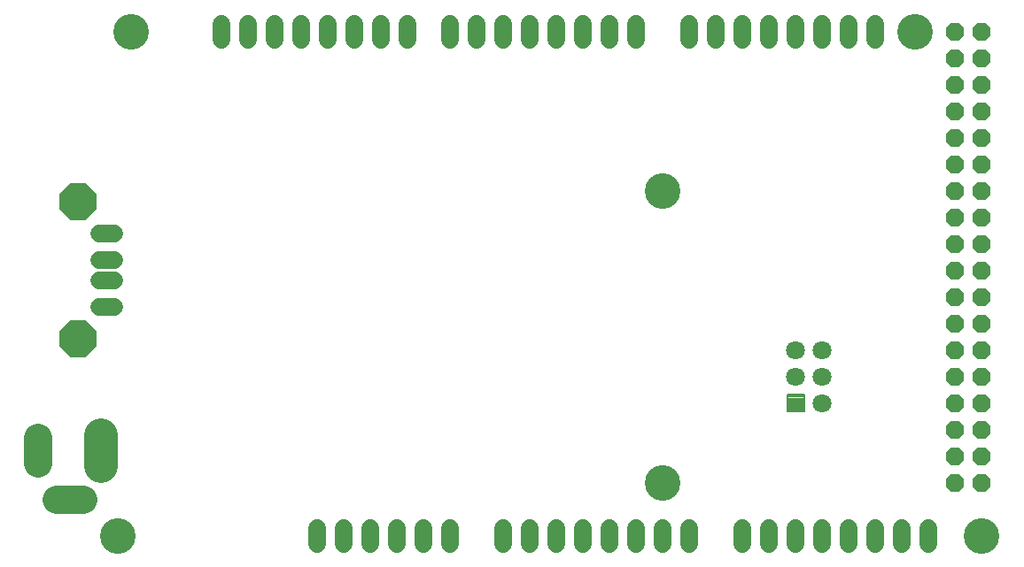
<source format=gbr>
G75*
G70*
%OFA0B0*%
%FSLAX24Y24*%
%IPPOS*%
%LPD*%
%AMOC8*
5,1,8,0,0,1.08239X$1,22.5*
%
%ADD10C,0.1340*%
%ADD11C,0.0680*%
%ADD12OC8,0.0680*%
%ADD13C,0.1064*%
%ADD14C,0.1261*%
%ADD15C,0.0490*%
%ADD16C,0.0654*%
%ADD17OC8,0.1386*%
%ADD18C,0.0071*%
%ADD19C,0.0710*%
D10*
X026010Y067510D03*
X046510Y069510D03*
X058510Y067510D03*
X046510Y080510D03*
X056010Y086510D03*
X026510Y086510D03*
D11*
X029910Y086810D02*
X029910Y086210D01*
X030910Y086210D02*
X030910Y086810D01*
X031910Y086810D02*
X031910Y086210D01*
X032910Y086210D02*
X032910Y086810D01*
X033910Y086810D02*
X033910Y086210D01*
X034910Y086210D02*
X034910Y086810D01*
X035910Y086810D02*
X035910Y086210D01*
X036910Y086210D02*
X036910Y086810D01*
X038510Y086810D02*
X038510Y086210D01*
X039510Y086210D02*
X039510Y086810D01*
X040510Y086810D02*
X040510Y086210D01*
X041510Y086210D02*
X041510Y086810D01*
X042510Y086810D02*
X042510Y086210D01*
X043510Y086210D02*
X043510Y086810D01*
X044510Y086810D02*
X044510Y086210D01*
X045510Y086210D02*
X045510Y086810D01*
X047510Y086810D02*
X047510Y086210D01*
X048510Y086210D02*
X048510Y086810D01*
X049510Y086810D02*
X049510Y086210D01*
X050510Y086210D02*
X050510Y086810D01*
X051510Y086810D02*
X051510Y086210D01*
X052510Y086210D02*
X052510Y086810D01*
X053510Y086810D02*
X053510Y086210D01*
X054510Y086210D02*
X054510Y086810D01*
X054510Y067810D02*
X054510Y067210D01*
X053510Y067210D02*
X053510Y067810D01*
X052510Y067810D02*
X052510Y067210D01*
X051510Y067210D02*
X051510Y067810D01*
X050510Y067810D02*
X050510Y067210D01*
X049510Y067210D02*
X049510Y067810D01*
X047510Y067810D02*
X047510Y067210D01*
X046510Y067210D02*
X046510Y067810D01*
X045510Y067810D02*
X045510Y067210D01*
X044510Y067210D02*
X044510Y067810D01*
X043510Y067810D02*
X043510Y067210D01*
X042510Y067210D02*
X042510Y067810D01*
X041510Y067810D02*
X041510Y067210D01*
X040510Y067210D02*
X040510Y067810D01*
X038510Y067810D02*
X038510Y067210D01*
X037510Y067210D02*
X037510Y067810D01*
X036510Y067810D02*
X036510Y067210D01*
X035510Y067210D02*
X035510Y067810D01*
X034510Y067810D02*
X034510Y067210D01*
X033510Y067210D02*
X033510Y067810D01*
X055510Y067810D02*
X055510Y067210D01*
X056510Y067210D02*
X056510Y067810D01*
D12*
X057510Y069510D03*
X057510Y070510D03*
X057510Y071510D03*
X057510Y072510D03*
X057510Y073510D03*
X057510Y074510D03*
X057510Y075510D03*
X057510Y076510D03*
X057510Y077510D03*
X057510Y078510D03*
X057510Y079510D03*
X057510Y080510D03*
X057510Y081510D03*
X057510Y082510D03*
X057510Y083510D03*
X057510Y084510D03*
X057510Y085510D03*
X057510Y086510D03*
X058510Y086510D03*
X058510Y085510D03*
X058510Y084510D03*
X058510Y083510D03*
X058510Y082510D03*
X058510Y081510D03*
X058510Y080510D03*
X058510Y079510D03*
X058510Y078510D03*
X058510Y077510D03*
X058510Y076510D03*
X058510Y075510D03*
X058510Y074510D03*
X058510Y073510D03*
X058510Y072510D03*
X058510Y071510D03*
X058510Y070510D03*
X058510Y069510D03*
D13*
X024683Y068859D02*
X023699Y068859D01*
X023010Y070217D02*
X023010Y071202D01*
D14*
X025372Y071300D02*
X025372Y070119D01*
D15*
X025372Y070020D03*
X024782Y068859D03*
X023601Y068859D03*
X023010Y070120D03*
X023010Y071300D03*
X025372Y071400D03*
D16*
X025290Y076132D02*
X025864Y076132D01*
X025864Y077116D02*
X025290Y077116D01*
X025290Y077903D02*
X025864Y077903D01*
X025864Y078888D02*
X025290Y078888D01*
D17*
X024510Y080096D03*
X024510Y074923D03*
D18*
X051190Y072830D02*
X051830Y072830D01*
X051830Y072190D01*
X051190Y072190D01*
X051190Y072830D01*
X051190Y072260D02*
X051830Y072260D01*
X051830Y072330D02*
X051190Y072330D01*
X051190Y072400D02*
X051830Y072400D01*
X051830Y072470D02*
X051190Y072470D01*
X051190Y072540D02*
X051830Y072540D01*
X051830Y072610D02*
X051190Y072610D01*
X051190Y072680D02*
X051830Y072680D01*
X051830Y072750D02*
X051190Y072750D01*
X051190Y072820D02*
X051830Y072820D01*
D19*
X052510Y072510D03*
X052510Y073510D03*
X052510Y074510D03*
X051510Y074510D03*
X051510Y073510D03*
M02*

</source>
